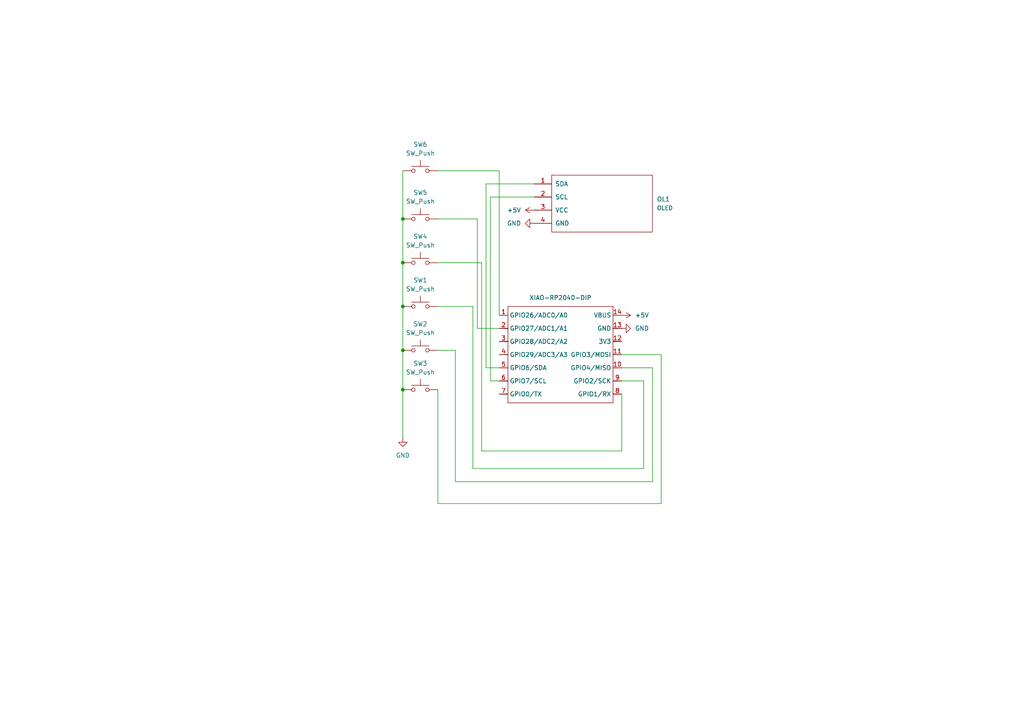
<source format=kicad_sch>
(kicad_sch (version 20250114) (generator "eeschema") (generator_version "9.0")
  (paper "A4")
  (lib_symbols
    (symbol "OPL:XIAO-RP2040-DIP"
      (property "Reference" "U" (at 0 0 0))
      (property "Value" "XIAO-RP2040-DIP" (at 5.334 -1.778 0))
      (symbol "XIAO-RP2040-DIP_1_0"
        (polyline (pts (xy -1.27 -2.54) (xy 29.21 -2.54)) (stroke (width 0.1524)))
        (polyline (pts (xy -1.27 -5.08) (xy -2.54 -5.08)) (stroke (width 0.1524)))
        (polyline (pts (xy -1.27 -5.08) (xy -1.27 -2.54)) (stroke (width 0.1524)))
        (polyline (pts (xy -1.27 -8.89) (xy -2.54 -8.89)) (stroke (width 0.1524)))
        (polyline (pts (xy -1.27 -8.89) (xy -1.27 -5.08)) (stroke (width 0.1524)))
        (polyline (pts (xy -1.27 -12.7) (xy -2.54 -12.7)) (stroke (width 0.1524)))
        (polyline (pts (xy -1.27 -12.7) (xy -1.27 -8.89)) (stroke (width 0.1524)))
        (polyline (pts (xy -1.27 -16.51) (xy -2.54 -16.51)) (stroke (width 0.1524)))
        (polyline (pts (xy -1.27 -16.51) (xy -1.27 -12.7)) (stroke (width 0.1524)))
        (polyline (pts (xy -1.27 -20.32) (xy -2.54 -20.32)) (stroke (width 0.1524)))
        (polyline (pts (xy -1.27 -24.13) (xy -2.54 -24.13)) (stroke (width 0.1524)))
        (polyline (pts (xy -1.27 -27.94) (xy -2.54 -27.94)) (stroke (width 0.1524)))
        (polyline (pts (xy -1.27 -30.48) (xy -1.27 -16.51)) (stroke (width 0.1524)))
        (polyline (pts (xy 29.21 -2.54) (xy 29.21 -5.08)) (stroke (width 0.1524)))
        (polyline (pts (xy 29.21 -5.08) (xy 29.21 -8.89)) (stroke (width 0.1524)))
        (polyline (pts (xy 29.21 -8.89) (xy 29.21 -12.7)) (stroke (width 0.1524)))
        (polyline (pts (xy 29.21 -12.7) (xy 29.21 -30.48)) (stroke (width 0.1524)))
        (polyline (pts (xy 29.21 -30.48) (xy -1.27 -30.48)) (stroke (width 0.1524)))
        (polyline (pts (xy 30.48 -5.08) (xy 29.21 -5.08)) (stroke (width 0.1524)))
        (polyline (pts (xy 30.48 -8.89) (xy 29.21 -8.89)) (stroke (width 0.1524)))
        (polyline (pts (xy 30.48 -12.7) (xy 29.21 -12.7)) (stroke (width 0.1524)))
        (polyline (pts (xy 30.48 -16.51) (xy 29.21 -16.51)) (stroke (width 0.1524)))
        (polyline (pts (xy 30.48 -20.32) (xy 29.21 -20.32)) (stroke (width 0.1524)))
        (polyline (pts (xy 30.48 -24.13) (xy 29.21 -24.13)) (stroke (width 0.1524)))
        (polyline (pts (xy 30.48 -27.94) (xy 29.21 -27.94)) (stroke (width 0.1524)))
        (pin passive line (at -3.81 -5.08 0) (length 2.54) (name "GPIO26/ADC0/A0") (number "1"))
        (pin passive line (at -3.81 -8.89 0) (length 2.54) (name "GPIO27/ADC1/A1") (number "2"))
        (pin passive line (at -3.81 -12.7 0) (length 2.54) (name "GPIO28/ADC2/A2") (number "3"))
        (pin passive line (at -3.81 -16.51 0) (length 2.54) (name "GPIO29/ADC3/A3") (number "4"))
        (pin passive line (at -3.81 -20.32 0) (length 2.54) (name "GPIO6/SDA") (number "5"))
        (pin passive line (at -3.81 -24.13 0) (length 2.54) (name "GPIO7/SCL") (number "6"))
        (pin passive line (at -3.81 -27.94 0) (length 2.54) (name "GPIO0/TX") (number "7"))
        (pin passive line (at 31.75 -5.08 180) (length 2.54) (name "VBUS") (number "14"))
        (pin passive line (at 31.75 -8.89 180) (length 2.54) (name "GND") (number "13"))
        (pin passive line (at 31.75 -12.7 180) (length 2.54) (name "3V3") (number "12"))
        (pin passive line (at 31.75 -16.51 180) (length 2.54) (name "GPIO3/MOSI") (number "11"))
        (pin passive line (at 31.75 -20.32 180) (length 2.54) (name "GPIO4/MISO") (number "10"))
        (pin passive line (at 31.75 -24.13 180) (length 2.54) (name "GPIO2/SCK") (number "9"))
        (pin passive line (at 31.75 -27.94 180) (length 2.54) (name "GPIO1/RX") (number "8"))
      )
    )
    (symbol "Switch:SW_Push" (pin_numbers (hide yes)) (pin_names (offset 1.016) (hide yes))
      (property "Reference" "SW" (at 1.27 2.54 0))
      (property "Value" "SW_Push" (at 0 -1.524 0))
      (symbol "SW_Push_0_1"
        (circle (center -2.032 0) (radius 0.508))
        (polyline (pts (xy 0 1.27) (xy 0 3.048)))
        (circle (center 2.032 0) (radius 0.508))
        (polyline (pts (xy 2.54 1.27) (xy -2.54 1.27)))
        (pin passive line (at -5.08 0 0) (length 2.54) (name "1") (number "1"))
        (pin passive line (at 5.08 0 180) (length 2.54) (name "2") (number "2"))
      )
    )
    (symbol "disp:OLED" (pin_names (offset 1.016))
      (property "Reference" "OL" (at 0 2.54 0))
      (property "Value" "OLED" (at 0 -1.27 0))
      (symbol "OLED_0_1"
        (rectangle (start -13.97 8.89) (end 15.24 -7.62))
      )
      (symbol "OLED_1_1"
        (pin bidirectional line (at -19.05 6.35 0) (length 5.08) (name "SDA") (number "1"))
        (pin bidirectional line (at -19.05 2.54 0) (length 5.08) (name "SCL") (number "2"))
        (pin power_in line (at -19.05 -1.27 0) (length 5.08) (name "VCC") (number "3"))
        (pin power_in line (at -19.05 -5.08 0) (length 5.08) (name "GND") (number "4"))
      )
    )
    (symbol "power:+5V" (power) (pin_numbers (hide yes)) (pin_names (offset 0) (hide yes))
      (property "Value" "+5V" (at 0 3.556 0))
      (symbol "+5V_0_1"
        (polyline (pts (xy -0.762 1.27) (xy 0 2.54)))
        (polyline (pts (xy 0 2.54) (xy 0.762 1.27)))
        (polyline (pts (xy 0 0) (xy 0 2.54)))
      )
      (symbol "+5V_1_1"
        (pin power_in line (at 0 0 90) (length 0) (name "~") (number "1"))
      )
    )
    (symbol "power:GND" (power) (pin_numbers (hide yes)) (pin_names (offset 0) (hide yes))
      (property "Value" "GND" (at 0 -3.81 0))
      (symbol "GND_0_1"
        (polyline (pts (xy 0 0) (xy 0 -1.27) (xy 1.27 -1.27) (xy 0 -2.54) (xy -1.27 -1.27) (xy 0 -1.27)))
      )
      (symbol "GND_1_1"
        (pin power_in line (at 0 0 270) (length 0) (name "~") (number "1"))
      )
    )
  )
  (junction (at 116.84 113.03))
  (junction (at 116.84 63.5))
  (junction (at 116.84 101.6))
  (junction (at 116.84 76.2))
  (junction (at 116.84 88.9))
  (wire (pts (xy 116.84 113.03) (xy 116.84 127)))
  (wire (pts (xy 142.24 57.15) (xy 142.24 110.49)))
  (wire (pts (xy 127 101.6) (xy 132.08 101.6)))
  (wire (pts (xy 140.97 106.68) (xy 144.78 106.68)))
  (wire (pts (xy 127 146.05) (xy 191.77 146.05)))
  (wire (pts (xy 139.7 130.81) (xy 180.34 130.81)))
  (wire (pts (xy 132.08 139.7) (xy 189.23 139.7)))
  (wire (pts (xy 191.77 146.05) (xy 191.77 102.87)))
  (wire (pts (xy 191.77 102.87) (xy 180.34 102.87)))
  (wire (pts (xy 116.84 101.6) (xy 116.84 113.03)))
  (wire (pts (xy 138.43 95.25) (xy 144.78 95.25)))
  (wire (pts (xy 116.84 63.5) (xy 116.84 76.2)))
  (wire (pts (xy 144.78 49.53) (xy 144.78 91.44)))
  (wire (pts (xy 132.08 101.6) (xy 132.08 139.7)))
  (wire (pts (xy 127 63.5) (xy 138.43 63.5)))
  (wire (pts (xy 127 49.53) (xy 144.78 49.53)))
  (wire (pts (xy 116.84 49.53) (xy 116.84 63.5)))
  (wire (pts (xy 189.23 139.7) (xy 189.23 106.68)))
  (wire (pts (xy 154.94 57.15) (xy 142.24 57.15)))
  (wire (pts (xy 116.84 88.9) (xy 116.84 101.6)))
  (wire (pts (xy 116.84 76.2) (xy 116.84 88.9)))
  (wire (pts (xy 186.69 110.49) (xy 180.34 110.49)))
  (wire (pts (xy 127 113.03) (xy 127 146.05)))
  (wire (pts (xy 186.69 135.89) (xy 186.69 110.49)))
  (wire (pts (xy 189.23 106.68) (xy 180.34 106.68)))
  (wire (pts (xy 137.16 135.89) (xy 186.69 135.89)))
  (wire (pts (xy 127 76.2) (xy 139.7 76.2)))
  (wire (pts (xy 137.16 88.9) (xy 137.16 135.89)))
  (wire (pts (xy 139.7 76.2) (xy 139.7 130.81)))
  (wire (pts (xy 142.24 110.49) (xy 144.78 110.49)))
  (wire (pts (xy 154.94 53.34) (xy 140.97 53.34)))
  (wire (pts (xy 138.43 63.5) (xy 138.43 95.25)))
  (wire (pts (xy 127 88.9) (xy 137.16 88.9)))
  (wire (pts (xy 180.34 130.81) (xy 180.34 114.3)))
  (wire (pts (xy 140.97 53.34) (xy 140.97 106.68)))
  (symbol (lib_id "Switch:SW_Push") (at 121.92 101.6 0) (unit 1)
    (property "Reference" "SW2" (at 121.92 93.98 0))
    (property "Value" "SW_Push" (at 121.92 96.52 0))
    (property "Footprint" "Button_Switch_Keyboard:SW_Cherry_MX_1.00u_PCB" (effects (hide yes)))
    (property "Description" "Push button switch, generic, two pins" (effects (hide yes)))
  )
  (symbol (lib_id "disp:OLED") (at 173.99 59.69 0) (unit 1)
    (property "Reference" "OL1" (at 190.5 57.785 0) (effects (font (size 1.2954 1.2954)) (justify left)))
    (property "Value" "OLED" (at 190.5 60.325 0) (effects (font (size 1.1938 1.1938)) (justify left)))
    (property "Footprint" "OLEDDsp:SSD1306-0.91-OLED-4pin-128x32" (effects (hide yes)))
  )
  (symbol (lib_id "power:+5V") (at 180.34 91.44 270) (unit 1)
    (property "Reference" "#PWR04" (effects (hide yes)))
    (property "Value" "+5V" (at 184.15 91.4399 90) (effects (justify left)))
    (property "Description" "Power symbol creates a global label with name \"+5V\"" (effects (hide yes)))
  )
  (symbol (lib_id "Switch:SW_Push") (at 121.92 88.9 0) (unit 1)
    (property "Reference" "SW1" (at 121.92 81.28 0))
    (property "Value" "SW_Push" (at 121.92 83.82 0))
    (property "Footprint" "Button_Switch_Keyboard:SW_Cherry_MX_1.00u_PCB" (effects (hide yes)))
    (property "Description" "Push button switch, generic, two pins" (effects (hide yes)))
  )
  (symbol (lib_id "power:GND") (at 154.94 64.77 270) (unit 1)
    (property "Reference" "#PWR05" (effects (hide yes)))
    (property "Value" "GND" (at 151.13 64.7699 90) (effects (justify right)))
    (property "Description" "Power symbol creates a global label with name \"GND\" , ground" (effects (hide yes)))
  )
  (symbol (lib_id "Switch:SW_Push") (at 121.92 76.2 0) (unit 1)
    (property "Reference" "SW4" (at 121.92 68.58 0))
    (property "Value" "SW_Push" (at 121.92 71.12 0))
    (property "Footprint" "Button_Switch_Keyboard:SW_Cherry_MX_1.00u_PCB" (effects (hide yes)))
    (property "Description" "Push button switch, generic, two pins" (effects (hide yes)))
  )
  (symbol (lib_id "OPL:XIAO-RP2040-DIP") (at 148.59 86.36 0) (unit 1)
    (property "Reference" "U1" (effects (hide yes)))
    (property "Value" "XIAO-RP2040-DIP" (at 162.56 86.36 0))
    (property "Footprint" "OPL:XIAO-RP2040-DIP" (effects (hide yes)))
  )
  (symbol (lib_id "power:GND") (at 116.84 127 0) (unit 1)
    (property "Reference" "#PWR01" (effects (hide yes)))
    (property "Value" "GND" (at 116.84 132.08 0))
    (property "Description" "Power symbol creates a global label with name \"GND\" , ground" (effects (hide yes)))
  )
  (symbol (lib_id "Switch:SW_Push") (at 121.92 63.5 0) (unit 1)
    (property "Reference" "SW5" (at 121.92 55.88 0))
    (property "Value" "SW_Push" (at 121.92 58.42 0))
    (property "Footprint" "Button_Switch_Keyboard:SW_Cherry_MX_1.00u_PCB" (effects (hide yes)))
    (property "Description" "Push button switch, generic, two pins" (effects (hide yes)))
  )
  (symbol (lib_id "power:+5V") (at 154.94 60.96 90) (unit 1)
    (property "Reference" "#PWR02" (effects (hide yes)))
    (property "Value" "+5V" (at 151.13 60.9599 90) (effects (justify left)))
    (property "Description" "Power symbol creates a global label with name \"+5V\"" (effects (hide yes)))
  )
  (symbol (lib_id "Switch:SW_Push") (at 121.92 49.53 0) (unit 1)
    (property "Reference" "SW6" (at 121.92 41.91 0))
    (property "Value" "SW_Push" (at 121.92 44.45 0))
    (property "Footprint" "Button_Switch_Keyboard:SW_Cherry_MX_1.00u_PCB" (effects (hide yes)))
    (property "Description" "Push button switch, generic, two pins" (effects (hide yes)))
  )
  (symbol (lib_id "Switch:SW_Push") (at 121.92 113.03 0) (unit 1)
    (property "Reference" "SW3" (at 121.92 105.41 0))
    (property "Value" "SW_Push" (at 121.92 107.95 0))
    (property "Footprint" "Button_Switch_Keyboard:SW_Cherry_MX_1.00u_PCB" (effects (hide yes)))
    (property "Description" "Push button switch, generic, two pins" (effects (hide yes)))
  )
  (symbol (lib_id "power:GND") (at 180.34 95.25 90) (unit 1)
    (property "Reference" "#PWR03" (effects (hide yes)))
    (property "Value" "GND" (at 184.15 95.2499 90) (effects (justify right)))
    (property "Description" "Power symbol creates a global label with name \"GND\" , ground" (effects (hide yes)))
  )
)
</source>
